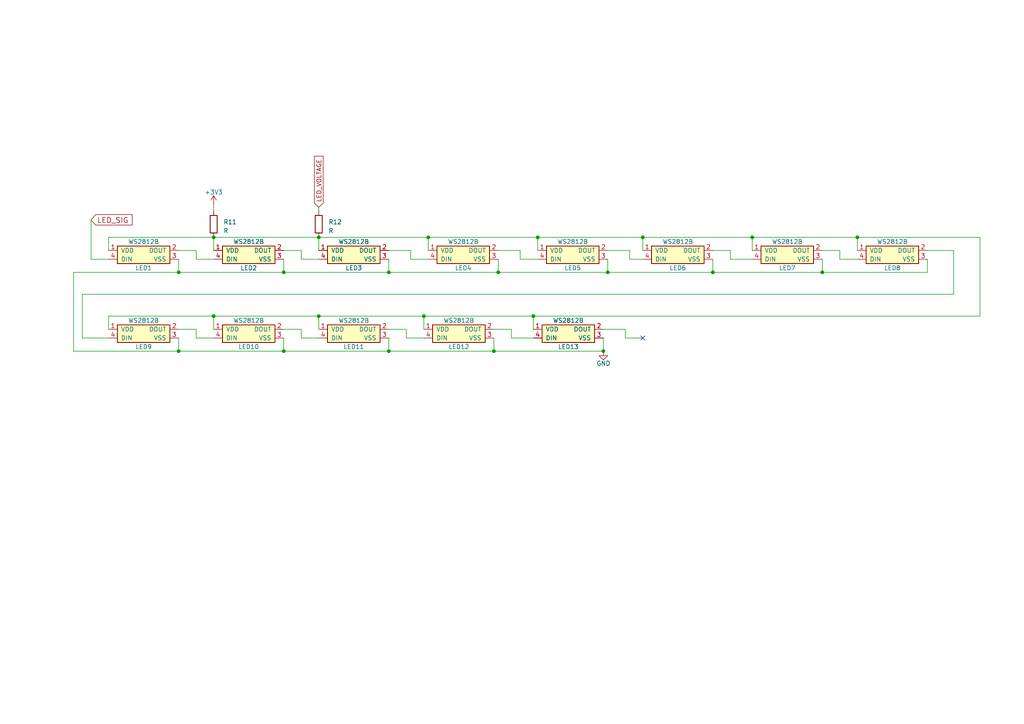
<source format=kicad_sch>
(kicad_sch (version 20230121) (generator eeschema)
  (paper "A4")
  (lib_symbols
    (symbol "Device:R" (pin_numbers hide) (pin_names (offset 0))
      (property "Reference" "R" (at 2.032 0 90))
      (property "Value" "R" (at 0 0 90))
      (symbol "R_0_1"
        (rectangle (start -1.016 -2.54) (end 1.016 2.54) (stroke (width 0.254)))
      )
      (symbol "R_1_1"
        (pin passive line (at 0 3.81 270) (length 1.27) (name "~") (number "1"))
        (pin passive line (at 0 -3.81 90) (length 1.27) (name "~") (number "2"))
      )
    )
    (symbol "Worldsemi:WS2812B" (pin_names (offset 1.016))
      (property "Reference" "LED" (at 0 -5.08 0))
      (property "Value" "Worldsemi_WS2812B" (at 0 2.54 0))
      (symbol "WS2812B_0_1"
        (rectangle (start -7.62 1.27) (end 7.62 -3.81) (stroke (width 0.254)) (fill (type background)))
      )
      (symbol "WS2812B_1_1"
        (pin power_in line (at -10.16 0 0) (length 2.54) (name "VDD") (number "1"))
        (pin output line (at 10.16 0 180) (length 2.54) (name "DOUT") (number "2"))
        (pin power_in line (at 10.16 -2.54 180) (length 2.54) (name "VSS") (number "3"))
        (pin input line (at -10.16 -2.54 0) (length 2.54) (name "DIN") (number "4"))
      )
    )
    (symbol "power1:+3.3V" (power) (pin_names (offset 0))
      (property "Value" "power1_+3.3V" (at 0 3.556 0))
      (symbol "+3.3V_0_1"
        (polyline (pts (xy -0.762 1.27) (xy 0 2.54)))
        (polyline (pts (xy 0 0) (xy 0 2.54)))
        (polyline (pts (xy 0 2.54) (xy 0.762 1.27)))
      )
      (symbol "+3.3V_1_1"
        (pin power_in line (at 0 0 90) (length 0) hide (name "+3V3") (number "1"))
      )
    )
    (symbol "power:GND" (power) (pin_names (offset 0))
      (property "Value" "GND" (at 0 -3.81 0))
      (symbol "GND_0_1"
        (polyline (pts (xy 0 0) (xy 0 -1.27) (xy 1.27 -1.27) (xy 0 -2.54) (xy -1.27 -1.27) (xy 0 -1.27)))
      )
      (symbol "GND_1_1"
        (pin power_in line (at 0 0 270) (length 0) hide (name "GND") (number "1"))
      )
    )
  )
  (junction (at 112.776 101.854))
  (junction (at 82.296 78.994))
  (junction (at 92.456 91.694))
  (junction (at 144.526 78.994))
  (junction (at 206.756 78.994))
  (junction (at 175.006 101.854))
  (junction (at 122.936 91.694))
  (junction (at 61.976 91.694))
  (junction (at 186.436 68.834))
  (junction (at 218.186 68.834))
  (junction (at 143.256 101.854))
  (junction (at 112.776 78.994))
  (junction (at 154.686 91.694))
  (junction (at 248.666 68.834))
  (junction (at 51.816 78.994))
  (junction (at 238.506 78.994))
  (junction (at 61.976 68.834))
  (junction (at 124.206 68.834))
  (junction (at 51.816 101.854))
  (junction (at 92.456 68.834))
  (junction (at 82.296 101.854))
  (junction (at 176.276 78.994))
  (junction (at 155.956 68.834))
  (no_connect (at 186.436 98.044))
  (wire (pts (xy 92.456 60.071) (xy 92.456 61.214)))
  (wire (pts (xy 23.876 98.044) (xy 31.496 98.044)))
  (wire (pts (xy 56.896 95.504) (xy 56.896 98.044)))
  (wire (pts (xy 186.436 72.644) (xy 186.436 68.834)))
  (wire (pts (xy 87.376 72.644) (xy 87.376 75.184)))
  (wire (pts (xy 51.816 72.644) (xy 56.896 72.644)))
  (wire (pts (xy 112.776 78.994) (xy 144.526 78.994)))
  (wire (pts (xy 276.606 72.644) (xy 276.606 85.344)))
  (wire (pts (xy 112.776 98.044) (xy 112.776 101.854)))
  (wire (pts (xy 268.986 78.994) (xy 268.986 75.184)))
  (wire (pts (xy 218.186 68.834) (xy 218.186 72.644)))
  (wire (pts (xy 181.356 98.044) (xy 186.436 98.044)))
  (wire (pts (xy 119.126 75.184) (xy 124.206 75.184)))
  (wire (pts (xy 117.856 95.504) (xy 117.856 98.044)))
  (wire (pts (xy 243.586 72.644) (xy 243.586 75.184)))
  (wire (pts (xy 144.526 75.184) (xy 144.526 78.994)))
  (wire (pts (xy 82.296 72.644) (xy 87.376 72.644)))
  (wire (pts (xy 154.686 95.504) (xy 154.686 91.694)))
  (wire (pts (xy 61.976 68.834) (xy 92.456 68.834)))
  (wire (pts (xy 206.756 72.644) (xy 211.836 72.644)))
  (wire (pts (xy 31.496 95.504) (xy 31.496 91.694)))
  (wire (pts (xy 143.256 101.854) (xy 175.006 101.854)))
  (wire (pts (xy 92.456 95.504) (xy 92.456 91.694)))
  (wire (pts (xy 112.776 72.644) (xy 119.126 72.644)))
  (wire (pts (xy 124.206 72.644) (xy 124.206 68.834)))
  (wire (pts (xy 51.816 101.854) (xy 82.296 101.854)))
  (wire (pts (xy 206.756 75.184) (xy 206.756 78.994)))
  (wire (pts (xy 56.896 75.184) (xy 61.976 75.184)))
  (wire (pts (xy 87.376 95.504) (xy 87.376 98.044)))
  (wire (pts (xy 148.336 95.504) (xy 148.336 98.044)))
  (wire (pts (xy 56.896 98.044) (xy 61.976 98.044)))
  (wire (pts (xy 176.276 75.184) (xy 176.276 78.994)))
  (wire (pts (xy 21.336 101.854) (xy 51.816 101.854)))
  (wire (pts (xy 181.356 95.504) (xy 181.356 98.044)))
  (wire (pts (xy 87.376 98.044) (xy 92.456 98.044)))
  (wire (pts (xy 26.416 63.754) (xy 26.416 75.184)))
  (wire (pts (xy 150.876 72.644) (xy 150.876 75.184)))
  (wire (pts (xy 82.296 95.504) (xy 87.376 95.504)))
  (wire (pts (xy 248.666 68.834) (xy 284.226 68.834)))
  (wire (pts (xy 176.276 78.994) (xy 206.756 78.994)))
  (wire (pts (xy 175.006 95.504) (xy 181.356 95.504)))
  (wire (pts (xy 211.836 75.184) (xy 218.186 75.184)))
  (wire (pts (xy 155.956 72.644) (xy 155.956 68.834)))
  (wire (pts (xy 82.296 78.994) (xy 112.776 78.994)))
  (wire (pts (xy 175.006 101.854) (xy 175.006 98.044)))
  (wire (pts (xy 92.456 68.834) (xy 124.206 68.834)))
  (wire (pts (xy 122.936 95.504) (xy 122.936 91.694)))
  (wire (pts (xy 31.496 91.694) (xy 61.976 91.694)))
  (wire (pts (xy 182.626 72.644) (xy 182.626 75.184)))
  (wire (pts (xy 238.506 72.644) (xy 243.586 72.644)))
  (wire (pts (xy 51.816 95.504) (xy 56.896 95.504)))
  (wire (pts (xy 248.666 72.644) (xy 248.666 68.834)))
  (wire (pts (xy 31.496 68.834) (xy 31.496 72.644)))
  (wire (pts (xy 122.936 91.694) (xy 154.686 91.694)))
  (wire (pts (xy 61.976 59.309) (xy 61.976 61.214)))
  (wire (pts (xy 21.336 78.994) (xy 21.336 101.854)))
  (wire (pts (xy 51.816 98.044) (xy 51.816 101.854)))
  (wire (pts (xy 243.586 75.184) (xy 248.666 75.184)))
  (wire (pts (xy 92.456 91.694) (xy 122.936 91.694)))
  (wire (pts (xy 276.606 85.344) (xy 23.876 85.344)))
  (wire (pts (xy 238.506 78.994) (xy 268.986 78.994)))
  (wire (pts (xy 218.186 68.834) (xy 248.666 68.834)))
  (wire (pts (xy 155.956 68.834) (xy 186.436 68.834)))
  (wire (pts (xy 206.756 78.994) (xy 238.506 78.994)))
  (wire (pts (xy 186.436 68.834) (xy 218.186 68.834)))
  (wire (pts (xy 268.986 72.644) (xy 276.606 72.644)))
  (wire (pts (xy 119.126 72.644) (xy 119.126 75.184)))
  (wire (pts (xy 112.776 95.504) (xy 117.856 95.504)))
  (wire (pts (xy 92.456 72.644) (xy 92.456 68.834)))
  (wire (pts (xy 143.256 98.044) (xy 143.256 101.854)))
  (wire (pts (xy 124.206 68.834) (xy 155.956 68.834)))
  (wire (pts (xy 51.816 78.994) (xy 82.296 78.994)))
  (wire (pts (xy 31.496 68.834) (xy 61.976 68.834)))
  (wire (pts (xy 144.526 72.644) (xy 150.876 72.644)))
  (wire (pts (xy 176.276 72.644) (xy 182.626 72.644)))
  (wire (pts (xy 82.296 98.044) (xy 82.296 101.854)))
  (wire (pts (xy 23.876 85.344) (xy 23.876 98.044)))
  (wire (pts (xy 154.686 91.694) (xy 284.226 91.694)))
  (wire (pts (xy 61.976 72.644) (xy 61.976 68.834)))
  (wire (pts (xy 112.776 101.854) (xy 143.256 101.854)))
  (wire (pts (xy 211.836 72.644) (xy 211.836 75.184)))
  (wire (pts (xy 150.876 75.184) (xy 155.956 75.184)))
  (wire (pts (xy 148.336 98.044) (xy 154.686 98.044)))
  (wire (pts (xy 61.976 91.694) (xy 92.456 91.694)))
  (wire (pts (xy 182.626 75.184) (xy 186.436 75.184)))
  (wire (pts (xy 143.256 95.504) (xy 148.336 95.504)))
  (wire (pts (xy 61.976 95.504) (xy 61.976 91.694)))
  (wire (pts (xy 117.856 98.044) (xy 122.936 98.044)))
  (wire (pts (xy 87.376 75.184) (xy 92.456 75.184)))
  (wire (pts (xy 284.226 68.834) (xy 284.226 91.694)))
  (wire (pts (xy 82.296 101.854) (xy 112.776 101.854)))
  (wire (pts (xy 238.506 75.184) (xy 238.506 78.994)))
  (wire (pts (xy 82.296 75.184) (xy 82.296 78.994)))
  (wire (pts (xy 56.896 72.644) (xy 56.896 75.184)))
  (wire (pts (xy 26.416 75.184) (xy 31.496 75.184)))
  (wire (pts (xy 51.816 75.184) (xy 51.816 78.994)))
  (wire (pts (xy 144.526 78.994) (xy 176.276 78.994)))
  (wire (pts (xy 21.336 78.994) (xy 51.816 78.994)))
  (wire (pts (xy 112.776 75.184) (xy 112.776 78.994)))
  (global_label "LED_SIG" (shape input) (at 26.416 63.754 0) (effects (font (size 1.524 1.524))) (property "Intersheetrefs" "${INTERSHEET_REFS}" (effects hide)))
  (global_label "LED_VOLTAGE" (shape input) (at 92.456 60.071 90) (property "Intersheetrefs" "${INTERSHEET_REFS}" (effects hide)))
  (symbol (lib_id "Device:R") (at 92.456 65.024 0) (unit 1)
    (property "Reference" "R12" (at 95.25 64.389 0) (effects (justify left)))
    (property "Value" "R" (at 95.25 66.929 0) (effects (justify left)))
    (property "Footprint" "Resistor_SMD:R_0603_1608Metric" (effects hide))
  )
  (symbol (lib_id "Worldsemi:WS2812B") (at 41.656 72.644 0) (unit 1)
    (property "Reference" "LED1" (at 41.656 77.724 0))
    (property "Value" "WS2812B" (at 41.656 70.104 0))
    (property "Footprint" "GlowTie:WS2812B" (effects hide))
  )
  (symbol (lib_id "Worldsemi:WS2812B") (at 41.656 95.504 0) (unit 1)
    (property "Reference" "LED9" (at 41.656 100.584 0))
    (property "Value" "WS2812B" (at 41.656 92.964 0))
    (property "Footprint" "GlowTie:WS2812B" (effects hide))
  )
  (symbol (lib_id "power:GND") (at 175.006 101.854 0) (unit 1)
    (property "Reference" "#PWR0109" (effects hide))
    (property "Value" "GND" (at 172.974 105.41 0) (effects (justify left)))
  )
  (symbol (lib_id "Worldsemi:WS2812B") (at 164.846 95.504 0) (unit 1)
    (property "Reference" "LED13" (at 164.846 100.584 0))
    (property "Value" "WS2812B" (at 164.846 92.964 0))
    (property "Footprint" "GlowTie:WS2812B" (effects hide))
  )
  (symbol (lib_id "Worldsemi:WS2812B") (at 134.366 72.644 0) (unit 1)
    (property "Reference" "LED4" (at 134.366 77.724 0))
    (property "Value" "WS2812B" (at 134.366 70.104 0))
    (property "Footprint" "GlowTie:WS2812B" (effects hide))
  )
  (symbol (lib_id "Worldsemi:WS2812B") (at 196.596 72.644 0) (unit 1)
    (property "Reference" "LED6" (at 196.596 77.724 0))
    (property "Value" "WS2812B" (at 196.596 70.104 0))
    (property "Footprint" "GlowTie:WS2812B" (effects hide))
  )
  (symbol (lib_id "Worldsemi:WS2812B") (at 72.136 72.644 0) (unit 1)
    (property "Reference" "LED2" (at 72.136 77.724 0))
    (property "Value" "WS2812B" (at 72.136 70.104 0))
    (property "Footprint" "GlowTie:WS2812B" (effects hide))
  )
  (symbol (lib_id "Device:R") (at 61.976 65.024 0) (unit 1)
    (property "Reference" "R11" (at 64.77 64.389 0) (effects (justify left)))
    (property "Value" "R" (at 64.77 66.929 0) (effects (justify left)))
    (property "Footprint" "Resistor_SMD:R_0603_1608Metric" (effects hide))
  )
  (symbol (lib_id "Worldsemi:WS2812B") (at 258.826 72.644 0) (unit 1)
    (property "Reference" "LED8" (at 258.826 77.724 0))
    (property "Value" "WS2812B" (at 258.826 70.104 0))
    (property "Footprint" "GlowTie:WS2812B" (effects hide))
  )
  (symbol (lib_id "Worldsemi:WS2812B") (at 166.116 72.644 0) (unit 1)
    (property "Reference" "LED5" (at 166.116 77.724 0))
    (property "Value" "WS2812B" (at 166.116 70.104 0))
    (property "Footprint" "GlowTie:WS2812B" (effects hide))
  )
  (symbol (lib_id "Worldsemi:WS2812B") (at 102.616 95.504 0) (unit 1)
    (property "Reference" "LED11" (at 102.616 100.584 0))
    (property "Value" "WS2812B" (at 102.616 92.964 0))
    (property "Footprint" "GlowTie:WS2812B" (effects hide))
  )
  (symbol (lib_id "Worldsemi:WS2812B") (at 228.346 72.644 0) (unit 1)
    (property "Reference" "LED7" (at 228.346 77.724 0))
    (property "Value" "WS2812B" (at 228.346 70.104 0))
    (property "Footprint" "GlowTie:WS2812B" (effects hide))
  )
  (symbol (lib_id "Worldsemi:WS2812B") (at 133.096 95.504 0) (unit 1)
    (property "Reference" "LED12" (at 133.096 100.584 0))
    (property "Value" "WS2812B" (at 133.096 92.964 0))
    (property "Footprint" "GlowTie:WS2812B" (effects hide))
  )
  (symbol (lib_id "Worldsemi:WS2812B") (at 72.136 95.504 0) (unit 1)
    (property "Reference" "LED10" (at 72.136 100.584 0))
    (property "Value" "WS2812B" (at 72.136 92.964 0))
    (property "Footprint" "GlowTie:WS2812B" (effects hide))
  )
  (symbol (lib_id "power1:+3.3V") (at 61.976 59.309 0) (unit 1)
    (property "Reference" "#PWR0106" (effects hide))
    (property "Value" "+3.3V" (at 61.976 55.753 0))
    (instances (project "glowtie" (path "" (reference "#PWR0106") (unit 1)) (path "" (reference "#PWR02") (unit 1))))
  )
  (symbol (lib_id "Worldsemi:WS2812B") (at 102.616 72.644 0) (unit 1)
    (property "Reference" "LED3" (at 102.616 77.724 0))
    (property "Value" "WS2812B" (at 102.616 70.104 0))
    (property "Footprint" "GlowTie:WS2812B" (effects hide))
  )
)
</source>
